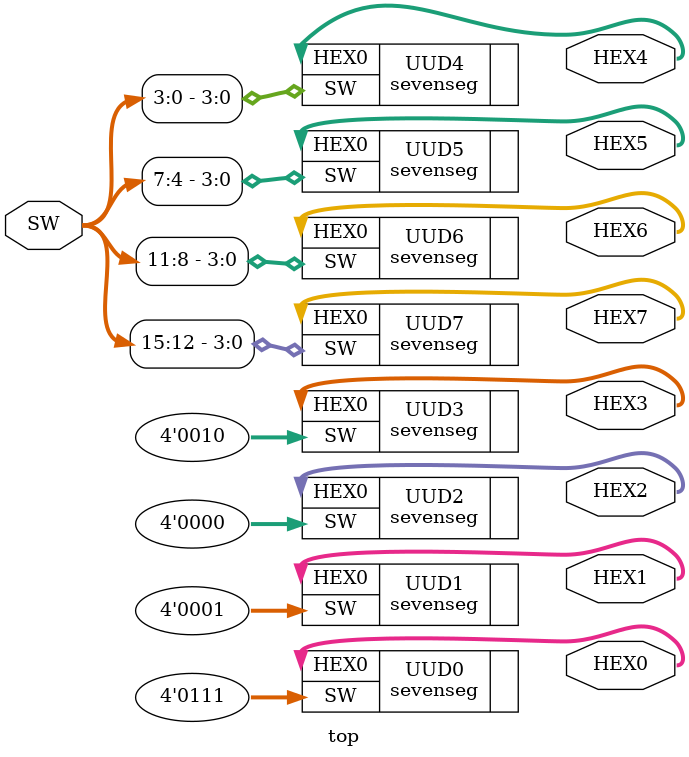
<source format=v>
`default_nettype none
module top ( output wire [6:0] HEX0, HEX1, HEX2, HEX3, HEX4, HEX5, HEX6, HEX7,
             input  wire [15:0] SW );


    sevenseg UUD0 (.HEX0(HEX0), .SW(4'h7));
    sevenseg UUD1 (.HEX0(HEX1), .SW(4'h1));
    sevenseg UUD2 (.HEX0(HEX2), .SW(4'h0));
    sevenseg UUD3 (.HEX0(HEX3), .SW(4'h2));
    sevenseg UUD4 (.HEX0(HEX4), .SW(SW[3:0]));
    sevenseg UUD5 (.HEX0(HEX5), .SW(SW[7:4]));
    sevenseg UUD6 (.HEX0(HEX6), .SW(SW[11:8]));
    sevenseg UUD7 (.HEX0(HEX7), .SW(SW[15:12]));

endmodule

</source>
